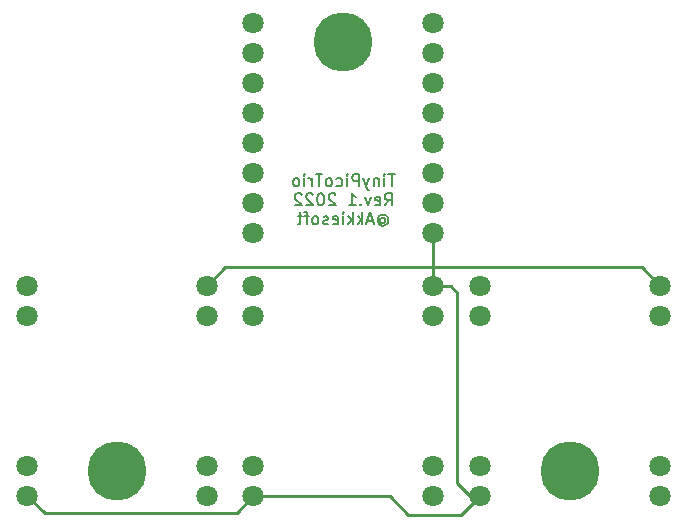
<source format=gbr>
%TF.GenerationSoftware,KiCad,Pcbnew,(6.0.5-0)*%
%TF.CreationDate,2022-06-14T22:50:01+09:00*%
%TF.ProjectId,tinypicotrio,74696e79-7069-4636-9f74-72696f2e6b69,rev?*%
%TF.SameCoordinates,Original*%
%TF.FileFunction,Copper,L2,Bot*%
%TF.FilePolarity,Positive*%
%FSLAX46Y46*%
G04 Gerber Fmt 4.6, Leading zero omitted, Abs format (unit mm)*
G04 Created by KiCad (PCBNEW (6.0.5-0)) date 2022-06-14 22:50:01*
%MOMM*%
%LPD*%
G01*
G04 APERTURE LIST*
%ADD10C,0.150000*%
%TA.AperFunction,NonConductor*%
%ADD11C,0.150000*%
%TD*%
%TA.AperFunction,ComponentPad*%
%ADD12C,5.000000*%
%TD*%
%TA.AperFunction,ComponentPad*%
%ADD13C,1.800000*%
%TD*%
%TA.AperFunction,Conductor*%
%ADD14C,0.250000*%
%TD*%
G04 APERTURE END LIST*
D10*
D11*
X152058142Y-100585380D02*
X151486714Y-100585380D01*
X151772428Y-101585380D02*
X151772428Y-100585380D01*
X151153380Y-101585380D02*
X151153380Y-100918714D01*
X151153380Y-100585380D02*
X151201000Y-100633000D01*
X151153380Y-100680619D01*
X151105761Y-100633000D01*
X151153380Y-100585380D01*
X151153380Y-100680619D01*
X150677190Y-100918714D02*
X150677190Y-101585380D01*
X150677190Y-101013952D02*
X150629571Y-100966333D01*
X150534333Y-100918714D01*
X150391476Y-100918714D01*
X150296238Y-100966333D01*
X150248619Y-101061571D01*
X150248619Y-101585380D01*
X149867666Y-100918714D02*
X149629571Y-101585380D01*
X149391476Y-100918714D02*
X149629571Y-101585380D01*
X149724809Y-101823476D01*
X149772428Y-101871095D01*
X149867666Y-101918714D01*
X149010523Y-101585380D02*
X149010523Y-100585380D01*
X148629571Y-100585380D01*
X148534333Y-100633000D01*
X148486714Y-100680619D01*
X148439095Y-100775857D01*
X148439095Y-100918714D01*
X148486714Y-101013952D01*
X148534333Y-101061571D01*
X148629571Y-101109190D01*
X149010523Y-101109190D01*
X148010523Y-101585380D02*
X148010523Y-100918714D01*
X148010523Y-100585380D02*
X148058142Y-100633000D01*
X148010523Y-100680619D01*
X147962904Y-100633000D01*
X148010523Y-100585380D01*
X148010523Y-100680619D01*
X147105761Y-101537761D02*
X147201000Y-101585380D01*
X147391476Y-101585380D01*
X147486714Y-101537761D01*
X147534333Y-101490142D01*
X147581952Y-101394904D01*
X147581952Y-101109190D01*
X147534333Y-101013952D01*
X147486714Y-100966333D01*
X147391476Y-100918714D01*
X147201000Y-100918714D01*
X147105761Y-100966333D01*
X146534333Y-101585380D02*
X146629571Y-101537761D01*
X146677190Y-101490142D01*
X146724809Y-101394904D01*
X146724809Y-101109190D01*
X146677190Y-101013952D01*
X146629571Y-100966333D01*
X146534333Y-100918714D01*
X146391476Y-100918714D01*
X146296238Y-100966333D01*
X146248619Y-101013952D01*
X146201000Y-101109190D01*
X146201000Y-101394904D01*
X146248619Y-101490142D01*
X146296238Y-101537761D01*
X146391476Y-101585380D01*
X146534333Y-101585380D01*
X145915285Y-100585380D02*
X145343857Y-100585380D01*
X145629571Y-101585380D02*
X145629571Y-100585380D01*
X145010523Y-101585380D02*
X145010523Y-100918714D01*
X145010523Y-101109190D02*
X144962904Y-101013952D01*
X144915285Y-100966333D01*
X144820047Y-100918714D01*
X144724809Y-100918714D01*
X144391476Y-101585380D02*
X144391476Y-100918714D01*
X144391476Y-100585380D02*
X144439095Y-100633000D01*
X144391476Y-100680619D01*
X144343857Y-100633000D01*
X144391476Y-100585380D01*
X144391476Y-100680619D01*
X143772428Y-101585380D02*
X143867666Y-101537761D01*
X143915285Y-101490142D01*
X143962904Y-101394904D01*
X143962904Y-101109190D01*
X143915285Y-101013952D01*
X143867666Y-100966333D01*
X143772428Y-100918714D01*
X143629571Y-100918714D01*
X143534333Y-100966333D01*
X143486714Y-101013952D01*
X143439095Y-101109190D01*
X143439095Y-101394904D01*
X143486714Y-101490142D01*
X143534333Y-101537761D01*
X143629571Y-101585380D01*
X143772428Y-101585380D01*
X151201000Y-103195380D02*
X151534333Y-102719190D01*
X151772428Y-103195380D02*
X151772428Y-102195380D01*
X151391476Y-102195380D01*
X151296238Y-102243000D01*
X151248619Y-102290619D01*
X151201000Y-102385857D01*
X151201000Y-102528714D01*
X151248619Y-102623952D01*
X151296238Y-102671571D01*
X151391476Y-102719190D01*
X151772428Y-102719190D01*
X150391476Y-103147761D02*
X150486714Y-103195380D01*
X150677190Y-103195380D01*
X150772428Y-103147761D01*
X150820047Y-103052523D01*
X150820047Y-102671571D01*
X150772428Y-102576333D01*
X150677190Y-102528714D01*
X150486714Y-102528714D01*
X150391476Y-102576333D01*
X150343857Y-102671571D01*
X150343857Y-102766809D01*
X150820047Y-102862047D01*
X150010523Y-102528714D02*
X149772428Y-103195380D01*
X149534333Y-102528714D01*
X149153380Y-103100142D02*
X149105761Y-103147761D01*
X149153380Y-103195380D01*
X149201000Y-103147761D01*
X149153380Y-103100142D01*
X149153380Y-103195380D01*
X148153380Y-103195380D02*
X148724809Y-103195380D01*
X148439095Y-103195380D02*
X148439095Y-102195380D01*
X148534333Y-102338238D01*
X148629571Y-102433476D01*
X148724809Y-102481095D01*
X147010523Y-102290619D02*
X146962904Y-102243000D01*
X146867666Y-102195380D01*
X146629571Y-102195380D01*
X146534333Y-102243000D01*
X146486714Y-102290619D01*
X146439095Y-102385857D01*
X146439095Y-102481095D01*
X146486714Y-102623952D01*
X147058142Y-103195380D01*
X146439095Y-103195380D01*
X145820047Y-102195380D02*
X145724809Y-102195380D01*
X145629571Y-102243000D01*
X145581952Y-102290619D01*
X145534333Y-102385857D01*
X145486714Y-102576333D01*
X145486714Y-102814428D01*
X145534333Y-103004904D01*
X145581952Y-103100142D01*
X145629571Y-103147761D01*
X145724809Y-103195380D01*
X145820047Y-103195380D01*
X145915285Y-103147761D01*
X145962904Y-103100142D01*
X146010523Y-103004904D01*
X146058142Y-102814428D01*
X146058142Y-102576333D01*
X146010523Y-102385857D01*
X145962904Y-102290619D01*
X145915285Y-102243000D01*
X145820047Y-102195380D01*
X145105761Y-102290619D02*
X145058142Y-102243000D01*
X144962904Y-102195380D01*
X144724809Y-102195380D01*
X144629571Y-102243000D01*
X144581952Y-102290619D01*
X144534333Y-102385857D01*
X144534333Y-102481095D01*
X144581952Y-102623952D01*
X145153380Y-103195380D01*
X144534333Y-103195380D01*
X144153380Y-102290619D02*
X144105761Y-102243000D01*
X144010523Y-102195380D01*
X143772428Y-102195380D01*
X143677190Y-102243000D01*
X143629571Y-102290619D01*
X143581952Y-102385857D01*
X143581952Y-102481095D01*
X143629571Y-102623952D01*
X144201000Y-103195380D01*
X143581952Y-103195380D01*
X150820047Y-104329190D02*
X150867666Y-104281571D01*
X150962904Y-104233952D01*
X151058142Y-104233952D01*
X151153380Y-104281571D01*
X151201000Y-104329190D01*
X151248619Y-104424428D01*
X151248619Y-104519666D01*
X151201000Y-104614904D01*
X151153380Y-104662523D01*
X151058142Y-104710142D01*
X150962904Y-104710142D01*
X150867666Y-104662523D01*
X150820047Y-104614904D01*
X150820047Y-104233952D02*
X150820047Y-104614904D01*
X150772428Y-104662523D01*
X150724809Y-104662523D01*
X150629571Y-104614904D01*
X150581952Y-104519666D01*
X150581952Y-104281571D01*
X150677190Y-104138714D01*
X150820047Y-104043476D01*
X151010523Y-103995857D01*
X151201000Y-104043476D01*
X151343857Y-104138714D01*
X151439095Y-104281571D01*
X151486714Y-104472047D01*
X151439095Y-104662523D01*
X151343857Y-104805380D01*
X151201000Y-104900619D01*
X151010523Y-104948238D01*
X150820047Y-104900619D01*
X150677190Y-104805380D01*
X150201000Y-104519666D02*
X149724809Y-104519666D01*
X150296238Y-104805380D02*
X149962904Y-103805380D01*
X149629571Y-104805380D01*
X149296238Y-104805380D02*
X149296238Y-103805380D01*
X149201000Y-104424428D02*
X148915285Y-104805380D01*
X148915285Y-104138714D02*
X149296238Y-104519666D01*
X148486714Y-104805380D02*
X148486714Y-103805380D01*
X148391476Y-104424428D02*
X148105761Y-104805380D01*
X148105761Y-104138714D02*
X148486714Y-104519666D01*
X147677190Y-104805380D02*
X147677190Y-104138714D01*
X147677190Y-103805380D02*
X147724809Y-103853000D01*
X147677190Y-103900619D01*
X147629571Y-103853000D01*
X147677190Y-103805380D01*
X147677190Y-103900619D01*
X146820047Y-104757761D02*
X146915285Y-104805380D01*
X147105761Y-104805380D01*
X147201000Y-104757761D01*
X147248619Y-104662523D01*
X147248619Y-104281571D01*
X147201000Y-104186333D01*
X147105761Y-104138714D01*
X146915285Y-104138714D01*
X146820047Y-104186333D01*
X146772428Y-104281571D01*
X146772428Y-104376809D01*
X147248619Y-104472047D01*
X146391476Y-104757761D02*
X146296238Y-104805380D01*
X146105761Y-104805380D01*
X146010523Y-104757761D01*
X145962904Y-104662523D01*
X145962904Y-104614904D01*
X146010523Y-104519666D01*
X146105761Y-104472047D01*
X146248619Y-104472047D01*
X146343857Y-104424428D01*
X146391476Y-104329190D01*
X146391476Y-104281571D01*
X146343857Y-104186333D01*
X146248619Y-104138714D01*
X146105761Y-104138714D01*
X146010523Y-104186333D01*
X145391476Y-104805380D02*
X145486714Y-104757761D01*
X145534333Y-104710142D01*
X145581952Y-104614904D01*
X145581952Y-104329190D01*
X145534333Y-104233952D01*
X145486714Y-104186333D01*
X145391476Y-104138714D01*
X145248619Y-104138714D01*
X145153380Y-104186333D01*
X145105761Y-104233952D01*
X145058142Y-104329190D01*
X145058142Y-104614904D01*
X145105761Y-104710142D01*
X145153380Y-104757761D01*
X145248619Y-104805380D01*
X145391476Y-104805380D01*
X144772428Y-104138714D02*
X144391476Y-104138714D01*
X144629571Y-104805380D02*
X144629571Y-103948238D01*
X144581952Y-103853000D01*
X144486714Y-103805380D01*
X144391476Y-103805380D01*
X144201000Y-104138714D02*
X143820047Y-104138714D01*
X144058142Y-103805380D02*
X144058142Y-104662523D01*
X144010523Y-104757761D01*
X143915285Y-104805380D01*
X143820047Y-104805380D01*
D12*
%TO.P,REF\u002A\u002A,1*%
%TO.N,N/C*%
X147701000Y-89408000D03*
%TD*%
%TO.P,REF\u002A\u002A,1*%
%TO.N,N/C*%
X166878000Y-125730000D03*
%TD*%
D13*
%TO.P,SW3,1,1*%
%TO.N,Net-(SW3-Pad1)*%
X159258000Y-112559000D03*
X174498000Y-125259000D03*
%TO.P,SW3,2,2*%
%TO.N,GND*%
X159258000Y-127799000D03*
X174498000Y-110019000D03*
%TO.P,SW3,3*%
%TO.N,N/C*%
X174498000Y-127799000D03*
X159258000Y-125259000D03*
X159258000Y-110019000D03*
X174498000Y-112559000D03*
%TD*%
D12*
%TO.P,REF\u002A\u002A,1*%
%TO.N,N/C*%
X128524000Y-125730000D03*
%TD*%
D13*
%TO.P,SW1,1,1*%
%TO.N,Net-(SW1-Pad1)*%
X136144000Y-125259000D03*
X120904000Y-112559000D03*
%TO.P,SW1,2,2*%
%TO.N,GND*%
X120904000Y-127799000D03*
X136144000Y-110019000D03*
%TO.P,SW1,3*%
%TO.N,N/C*%
X136144000Y-112559000D03*
X120904000Y-125259000D03*
X136144000Y-127799000D03*
X120904000Y-110019000D03*
%TD*%
%TO.P,SW2,1,1*%
%TO.N,Net-(SW2-Pad1)*%
X140081000Y-112612000D03*
X155321000Y-125312000D03*
%TO.P,SW2,2,2*%
%TO.N,GND*%
X155321000Y-110072000D03*
X140081000Y-127852000D03*
%TO.P,SW2,3*%
%TO.N,N/C*%
X155321000Y-127852000D03*
X140081000Y-125312000D03*
X155321000Y-112612000D03*
X140081000Y-110072000D03*
%TD*%
%TO.P,U1,1,VBUS*%
%TO.N,Net-(U1-Pad1)*%
X155321000Y-87794000D03*
%TO.P,U1,2,GND*%
%TO.N,unconnected-(U1-Pad2)*%
X155321000Y-90334000D03*
%TO.P,U1,3,3V3*%
%TO.N,unconnected-(U1-Pad3)*%
X155321000Y-92874000D03*
%TO.P,U1,4,GP29*%
%TO.N,unconnected-(U1-Pad4)*%
X155321000Y-95414000D03*
%TO.P,U1,5,GP28*%
%TO.N,unconnected-(U1-Pad5)*%
X155321000Y-97954000D03*
%TO.P,U1,6,GP27*%
%TO.N,unconnected-(U1-Pad6)*%
X155321000Y-100494000D03*
%TO.P,U1,7,GP26*%
%TO.N,unconnected-(U1-Pad7)*%
X155321000Y-103034000D03*
%TO.P,U1,8,GND*%
%TO.N,GND*%
X155321000Y-105574000D03*
%TO.P,U1,9,GP7*%
%TO.N,unconnected-(U1-Pad9)*%
X140081000Y-105574000D03*
%TO.P,U1,10,GP6*%
%TO.N,Net-(SW3-Pad1)*%
X140081000Y-103034000D03*
%TO.P,U1,11,GP5*%
%TO.N,Net-(SW2-Pad1)*%
X140081000Y-100494000D03*
%TO.P,U1,12,GP4*%
%TO.N,Net-(SW1-Pad1)*%
X140081000Y-97954000D03*
%TO.P,U1,13,GP3*%
%TO.N,unconnected-(U1-Pad13)*%
X140081000Y-95414000D03*
%TO.P,U1,14,GP2*%
%TO.N,unconnected-(U1-Pad14)*%
X140081000Y-92874000D03*
%TO.P,U1,15,GP1*%
%TO.N,unconnected-(U1-Pad15)*%
X140081000Y-90334000D03*
%TO.P,U1,16,GP0*%
%TO.N,unconnected-(U1-Pad16)*%
X140081000Y-87794000D03*
%TD*%
D14*
%TO.N,GND*%
X155321000Y-110072000D02*
X156808000Y-110072000D01*
X158406000Y-127799000D02*
X159258000Y-127799000D01*
X153162000Y-129413000D02*
X157644000Y-129413000D01*
X156808000Y-110072000D02*
X157353000Y-110617000D01*
X155321000Y-110072000D02*
X155321000Y-108458000D01*
X138647000Y-129286000D02*
X140081000Y-127852000D01*
X172937000Y-108458000D02*
X174498000Y-110019000D01*
X151601000Y-127852000D02*
X153162000Y-129413000D01*
X122391000Y-129286000D02*
X138647000Y-129286000D01*
X155321000Y-108458000D02*
X172937000Y-108458000D01*
X137705000Y-108458000D02*
X155321000Y-108458000D01*
X157644000Y-129413000D02*
X159258000Y-127799000D01*
X157353000Y-110617000D02*
X157353000Y-126746000D01*
X120904000Y-127799000D02*
X122391000Y-129286000D01*
X151601000Y-127852000D02*
X140081000Y-127852000D01*
X136144000Y-110019000D02*
X137705000Y-108458000D01*
X157353000Y-126746000D02*
X158406000Y-127799000D01*
X155321000Y-108458000D02*
X155321000Y-105574000D01*
%TD*%
M02*

</source>
